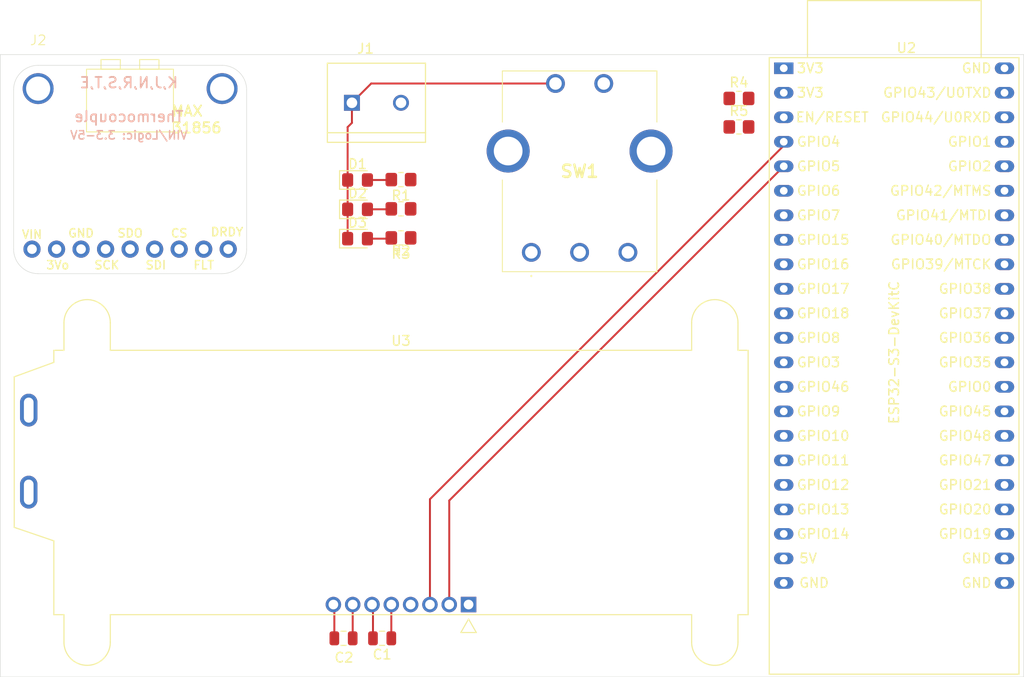
<source format=kicad_pcb>
(kicad_pcb (version 20241229) (generator "pcbnew") (generator_version "9.0")
  (layers (0 "F.Cu" signal) (2 "B.Cu" signal) (13 "F.Paste" user) (15 "B.Paste" user) (5 "F.SilkS" user "F.Silkscreen") (7 "B.SilkS" user "B.Silkscreen") (1 "F.Mask" user) (3 "B.Mask" user) (25 "Edge.Cuts" user))
  (net 0 "")
  (net 1 "GND")
  (net 2 "+3.3V")
  (net 3 "+5V")
  (net 4 "SSR_PWM")
  (net 5 "/SCK")
  (net 6 "/DRDY")
  (net 7 "/~{CS}")
  (net 8 "/~{FAULT}")
  (net 9 "/SDO")
  (net 10 "/SDI")
  (net 11 "/VIN_1")
  (net 12 "Net-(U2-GPIO46)")
  (net 13 "Net-(U2-GPIO47)")
  (net 14 "Net-(U2-GPIO48)")
  (net 40 "Net-(D3-A)")
  (net 41 "Net-(D2-A)")
  (net 42 "Net-(D1-A)")
  (net 47 "Net-(U3-VOUT)")
  (net 48 "Net-(U3-C1+)")
  (net 49 "Net-(U3-C1-)")
  (net 50 "/SCL")
  (net 51 "/SDA")
  (net 52 "/DISPLAY_~{RST}")
  (net 53 "/ENC_B")
  (net 54 "/ENC_A")
  (net 55 "/ENC_SW")
  (footprint "Diode_SMD:D_0805_2012Metric_Pad1.15x1.40mm_HandSolder" (layer "F.Cu") (at 121 74.54)
    (property "Reference" "D2" (at 0 -1.65 0) (layer "F.SilkS"))
    (property "Value" "LED")
    (fp_line (start -1.86 -0.96) (end -1.86 0.96) (stroke (width 0.12)) (layer "F.SilkS"))
    (fp_line (start -1.86 0.96) (end 1 0.96) (stroke (width 0.12)) (layer "F.SilkS"))
    (fp_line (start 1 -0.96) (end -1.86 -0.96) (stroke (width 0.12)) (layer "F.SilkS"))
    (pad "1" smd roundrect (at -1.025 0) (size 1.15 1.4) (layers "F.Cu" "F.Mask" "F.Paste") (roundrect_rratio 0.217391) (net 1 "GND"))
    (pad "2" smd roundrect (at 1.025 0) (size 1.15 1.4) (layers "F.Cu" "F.Mask" "F.Paste") (roundrect_rratio 0.217391) (net 41 "Net-(D2-A)"))
  )
  (footprint "phoenix_footprints:TE_282837-2" (layer "F.Cu") (at 122.96 63.5)
    (property "Reference" "J1" (at -1.127255 -5.614945 0) (layer "F.SilkS") (effects (font (size 1.002039 1.002039))))
    (property "Value" "Screw_Terminal_01x02")
    (fp_line (start -5.08 -4.1) (end 5.08 -4.1) (stroke (width 0.127)) (layer "F.SilkS"))
    (fp_line (start -5.08 3.1) (end -5.08 -4.1) (stroke (width 0.127)) (layer "F.SilkS"))
    (fp_line (start -5.08 3.1) (end 5.08 3.1) (stroke (width 0.127)) (layer "F.SilkS"))
    (fp_line (start -5.08 4.1) (end -5.08 3.1) (stroke (width 0.127)) (layer "F.SilkS"))
    (fp_line (start 5.08 -4.1) (end 5.08 3.1) (stroke (width 0.127)) (layer "F.SilkS"))
    (fp_line (start 5.08 3.1) (end 5.08 4.1) (stroke (width 0.127)) (layer "F.SilkS"))
    (fp_line (start 5.08 4.1) (end -5.08 4.1) (stroke (width 0.127)) (layer "F.SilkS"))
    (pad "1" thru_hole rect (at -2.54 0) (size 1.65 1.65) (drill 1.1) (layers "*.Cu" "*.Mask") (net 1 "GND"))
    (pad "2" thru_hole circle (at 2.54 0) (size 1.65 1.65) (drill 1.1) (layers "*.Cu" "*.Mask") (net 4 "SSR_PWM"))
  )
  (footprint "Capacitor_SMD:C_0805_2012Metric" (layer "F.Cu") (at 123.55 119 180)
    (property "Reference" "C1" (at 0 -1.68 0) (layer "F.SilkS"))
    (property "Value" "1uF")
    (fp_line (start -0.261252 0.735) (end 0.261252 0.735) (stroke (width 0.12)) (layer "F.SilkS"))
    (fp_line (start -0.261252 -0.735) (end 0.261252 -0.735) (stroke (width 0.12)) (layer "F.SilkS"))
    (pad "1" smd roundrect (at -0.95 0 180) (size 1 1.45) (layers "F.Cu" "F.Mask" "F.Paste") (net 3 "+5V"))
    (pad "2" smd roundrect (at 0.95 0 180) (size 1 1.45) (layers "F.Cu" "F.Mask" "F.Paste") (net 47 "Net-(U3-VOUT)"))
  )
  (footprint "Resistor_SMD:R_0805_2012Metric_Pad1.20x1.40mm_HandSolder" (layer "F.Cu") (at 125.5 74.49 180)
    (property "Reference" "R2" (at 0 -4.33 0) (layer "F.SilkS"))
    (property "Value" "220")
    (fp_line (start -0.227064 0.735) (end 0.227064 0.735) (stroke (width 0.12)) (layer "F.SilkS"))
    (fp_line (start -0.227064 -0.735) (end 0.227064 -0.735) (stroke (width 0.12)) (layer "F.SilkS"))
    (pad "1" smd roundrect (at -1 0 180) (size 1.2 1.4) (layers "F.Cu" "F.Mask" "F.Paste") (roundrect_rratio 0.208333) (net 13 "Net-(U2-GPIO47)"))
    (pad "2" smd roundrect (at 1 0 180) (size 1.2 1.4) (layers "F.Cu" "F.Mask" "F.Paste") (roundrect_rratio 0.208333) (net 41 "Net-(D2-A)"))
  )
  (footprint "Capacitor_SMD:C_0805_2012Metric" (layer "F.Cu") (at 119.55 119 180)
    (property "Reference" "C2" (at -0.05 -2 0) (layer "F.SilkS"))
    (property "Value" "1uF")
    (fp_line (start -0.261252 0.735) (end 0.261252 0.735) (stroke (width 0.12)) (layer "F.SilkS"))
    (fp_line (start -0.261252 -0.735) (end 0.261252 -0.735) (stroke (width 0.12)) (layer "F.SilkS"))
    (pad "1" smd roundrect (at -0.95 0 180) (size 1 1.45) (layers "F.Cu" "F.Mask" "F.Paste") (net 48 "Net-(U3-C1+)"))
    (pad "2" smd roundrect (at 0.95 0 180) (size 1 1.45) (layers "F.Cu" "F.Mask" "F.Paste") (net 49 "Net-(U3-C1-)"))
  )
  (footprint "Resistor_SMD:R_0805_2012Metric_Pad1.20x1.40mm_HandSolder" (layer "F.Cu") (at 125.5 77.5 180)
    (property "Reference" "R3" (at 0 -1.65 0) (layer "F.SilkS"))
    (property "Value" "220")
    (fp_line (start -0.227064 0.735) (end 0.227064 0.735) (stroke (width 0.12)) (layer "F.SilkS"))
    (fp_line (start -0.227064 -0.735) (end 0.227064 -0.735) (stroke (width 0.12)) (layer "F.SilkS"))
    (pad "1" smd roundrect (at -1 0 180) (size 1.2 1.4) (layers "F.Cu" "F.Mask" "F.Paste") (roundrect_rratio 0.208333) (net 14 "Net-(U2-GPIO48)"))
    (pad "2" smd roundrect (at 1 0 180) (size 1.2 1.4) (layers "F.Cu" "F.Mask" "F.Paste") (roundrect_rratio 0.208333) (net 40 "Net-(D3-A)"))
  )
  (footprint "!footprints:PEC164120FS0012" (layer "F.Cu") (at 139 79)
    (property "Reference" "SW1" (at 5 -8.4 0) (layer "F.SilkS") (effects (font (size 1.27 1.27) (thickness 0.254))))
    (property "Value" "RotaryEncoder_Switch" (hide yes))
    (fp_line (start -3 -18.8) (end -3 -13.5) (stroke (width 0.1)) (layer "F.SilkS"))
    (fp_line (start -3 -7.5) (end -3 2) (stroke (width 0.1)) (layer "F.SilkS"))
    (fp_line (start -3 2) (end 13 2) (stroke (width 0.1)) (layer "F.SilkS"))
    (fp_line (start 0 2.4) (end 0 2.4) (stroke (width 0.1)) (layer "F.SilkS"))
    (fp_line (start 0 2.5) (end 0 2.5) (stroke (width 0.1)) (layer "F.SilkS"))
    (fp_line (start 13 -18.8) (end -3 -18.8) (stroke (width 0.1)) (layer "F.SilkS"))
    (fp_line (start 13 -13.5) (end 13 -18.8) (stroke (width 0.1)) (layer "F.SilkS"))
    (fp_line (start 13 2) (end 13 -7.5) (stroke (width 0.1)) (layer "F.SilkS"))
    (fp_arc (start 0 2.4) (mid 0.05 2.45) (end 0 2.5) (stroke (width 0.1)) (layer "F.SilkS"))
    (fp_arc (start 0 2.5) (mid -0.05 2.45) (end 0 2.4) (stroke (width 0.1)) (layer "F.SilkS"))
    (pad "A" thru_hole circle (at 0 0) (size 1.95 1.95) (drill 1.3) (layers "*.Cu" "*.Mask") (net 54 "/ENC_A"))
    (pad "B" thru_hole circle (at 5 0) (size 1.95 1.95) (drill 1.3) (layers "*.Cu" "*.Mask") (net 53 "/ENC_B"))
    (pad "C" thru_hole circle (at 10 0) (size 1.95 1.95) (drill 1.3) (layers "*.Cu" "*.Mask") (net 1 "GND"))
    (pad "MH1" thru_hole circle (at -2.4 -10.5) (size 4.46 4.46) (drill 2.9732) (layers "*.Cu" "*.Mask"))
    (pad "MH2" thru_hole circle (at 12.4 -10.5) (size 4.46 4.46) (drill 2.9732) (layers "*.Cu" "*.Mask"))
    (pad "S1" thru_hole circle (at 2.5 -17.5) (size 1.95 1.95) (drill 1.3) (layers "*.Cu" "*.Mask") (net 1 "GND"))
    (pad "S2" thru_hole circle (at 7.5 -17.5) (size 1.95 1.95) (drill 1.3) (layers "*.Cu" "*.Mask") (net 55 "/ENC_SW"))
  )
  (footprint "Diode_SMD:D_0805_2012Metric_Pad1.15x1.40mm_HandSolder" (layer "F.Cu") (at 121 77.58)
    (property "Reference" "D3" (at 0 -1.65 0) (layer "F.SilkS"))
    (property "Value" "LED")
    (fp_line (start -1.86 -0.96) (end -1.86 0.96) (stroke (width 0.12)) (layer "F.SilkS"))
    (fp_line (start -1.86 0.96) (end 1 0.96) (stroke (width 0.12)) (layer "F.SilkS"))
    (fp_line (start 1 -0.96) (end -1.86 -0.96) (stroke (width 0.12)) (layer "F.SilkS"))
    (pad "1" smd roundrect (at -1.025 0) (size 1.15 1.4) (layers "F.Cu" "F.Mask" "F.Paste") (roundrect_rratio 0.217391) (net 1 "GND"))
    (pad "2" smd roundrect (at 1.025 0) (size 1.15 1.4) (layers "F.Cu" "F.Mask" "F.Paste") (roundrect_rratio 0.217391) (net 40 "Net-(D3-A)"))
  )
  (footprint "Resistor_SMD:R_0805_2012Metric_Pad1.20x1.40mm_HandSolder" (layer "F.Cu") (at 160.5 66)
    (property "Reference" "R5" (at 0 -1.65 0) (layer "F.SilkS"))
    (property "Value" "4.7k")
    (fp_line (start -0.227064 -0.735) (end 0.227064 -0.735) (stroke (width 0.12)) (layer "F.SilkS"))
    (fp_line (start -0.227064 0.735) (end 0.227064 0.735) (stroke (width 0.12)) (layer "F.SilkS"))
    (pad "1" smd roundrect (at -1 0) (size 1.2 1.4) (layers "F.Cu" "F.Mask" "F.Paste") (roundrect_rratio 0.208333) (net 2 "+3.3V"))
    (pad "2" smd roundrect (at 1 0) (size 1.2 1.4) (layers "F.Cu" "F.Mask" "F.Paste") (roundrect_rratio 0.208333) (net 51 "/SDA"))
  )
  (footprint "Resistor_SMD:R_0805_2012Metric_Pad1.20x1.40mm_HandSolder" (layer "F.Cu") (at 160.5 63.05)
    (property "Reference" "R4" (at 0 -1.65 0) (layer "F.SilkS"))
    (property "Value" "4.7k")
    (fp_line (start -0.227064 -0.735) (end 0.227064 -0.735) (stroke (width 0.12)) (layer "F.SilkS"))
    (fp_line (start -0.227064 0.735) (end 0.227064 0.735) (stroke (width 0.12)) (layer "F.SilkS"))
    (pad "1" smd roundrect (at -1 0) (size 1.2 1.4) (layers "F.Cu" "F.Mask" "F.Paste") (roundrect_rratio 0.208333) (net 2 "+3.3V"))
    (pad "2" smd roundrect (at 1 0) (size 1.2 1.4) (layers "F.Cu" "F.Mask" "F.Paste") (roundrect_rratio 0.208333) (net 50 "/SCL"))
  )
  (footprint "Diode_SMD:D_0805_2012Metric_Pad1.15x1.40mm_HandSolder" (layer "F.Cu") (at 121 71.5)
    (property "Reference" "D1" (at 0 -1.65 0) (layer "F.SilkS"))
    (property "Value" "LED")
    (fp_line (start -1.86 -0.96) (end -1.86 0.96) (stroke (width 0.12)) (layer "F.SilkS"))
    (fp_line (start -1.86 0.96) (end 1 0.96) (stroke (width 0.12)) (layer "F.SilkS"))
    (fp_line (start 1 -0.96) (end -1.86 -0.96) (stroke (width 0.12)) (layer "F.SilkS"))
    (pad "1" smd roundrect (at -1.025 0) (size 1.15 1.4) (layers "F.Cu" "F.Mask" "F.Paste") (roundrect_rratio 0.217391) (net 1 "GND"))
    (pad "2" smd roundrect (at 1.025 0) (size 1.15 1.4) (layers "F.Cu" "F.Mask" "F.Paste") (roundrect_rratio 0.217391) (net 42 "Net-(D1-A)"))
  )
  (footprint "Display:NHD-C0220BiZ" (layer "F.Cu") (at 125.5 99.6)
    (property "Reference" "U3" (at 0 -11.43 0) (layer "F.SilkS"))
    (property "Value" "NHD-C0220BIZ")
    (fp_line (start -40.05 -7.7) (end -40.05 7.9) (stroke (width 0.12)) (layer "F.SilkS"))
    (fp_line (start -40.05 7.9) (end -35.95 9.3) (stroke (width 0.12)) (layer "F.SilkS"))
    (fp_line (start -35.95 -10.45) (end -35.95 -9.2) (stroke (width 0.12)) (layer "F.SilkS"))
    (fp_line (start -35.95 -9.2) (end -40.05 -7.7) (stroke (width 0.12)) (layer "F.SilkS"))
    (fp_line (start -35.95 9.3) (end -35.95 16.95) (stroke (width 0.12)) (layer "F.SilkS"))
    (fp_line (start -35.95 16.95) (end -34.9 16.95) (stroke (width 0.12)) (layer "F.SilkS"))
    (fp_line (start -34.9 -13.3) (end -34.9 -10.45) (stroke (width 0.12)) (layer "F.SilkS"))
    (fp_line (start -34.9 -10.45) (end -35.95 -10.45) (stroke (width 0.12)) (layer "F.SilkS"))
    (fp_line (start -34.9 16.95) (end -34.9 19.8) (stroke (width 0.12)) (layer "F.SilkS"))
    (fp_line (start -30.1 -10.45) (end -30.1 -13.3) (stroke (width 0.12)) (layer "F.SilkS"))
    (fp_line (start -30.1 16.95) (end 30.1 16.95) (stroke (width 0.12)) (layer "F.SilkS"))
    (fp_line (start -30.1 19.8) (end -30.1 16.95) (stroke (width 0.12)) (layer "F.SilkS"))
    (fp_line (start 6.2 18.8) (end 7 17.4) (stroke (width 0.12)) (layer "F.SilkS"))
    (fp_line (start 6.2 18.8) (end 7.8 18.8) (stroke (width 0.12)) (layer "F.SilkS"))
    (fp_line (start 7 17.4) (end 7.8 18.8) (stroke (width 0.12)) (layer "F.SilkS"))
    (fp_line (start 30.1 -13.3) (end 30.1 -10.45) (stroke (width 0.12)) (layer "F.SilkS"))
    (fp_line (start 30.1 -10.45) (end -30.1 -10.45) (stroke (width 0.12)) (layer "F.SilkS"))
    (fp_line (start 30.1 16.95) (end 30.1 19.8) (stroke (width 0.12)) (layer "F.SilkS"))
    (fp_line (start 34.9 -10.45) (end 34.9 -13.3) (stroke (width 0.12)) (layer "F.SilkS"))
    (fp_line (start 34.9 16.95) (end 35.95 16.95) (stroke (width 0.12)) (layer "F.SilkS"))
    (fp_line (start 34.9 19.8) (end 34.9 16.95) (stroke (width 0.12)) (layer "F.SilkS"))
    (fp_line (start 35.95 -10.45) (end 34.9 -10.45) (stroke (width 0.12)) (layer "F.SilkS"))
    (fp_line (start 35.95 16.95) (end 35.95 -10.45) (stroke (width 0.12)) (layer "F.SilkS"))
    (fp_arc (start -34.9 -13.3) (mid -32.5 -15.7) (end -30.1 -13.3) (stroke (width 0.12)) (layer "F.SilkS"))
    (fp_arc (start -30.1 19.8) (mid -32.5 22.2) (end -34.9 19.8) (stroke (width 0.12)) (layer "F.SilkS"))
    (fp_arc (start 30.1 -13.3) (mid 32.5 -15.7) (end 34.9 -13.3) (stroke (width 0.12)) (layer "F.SilkS"))
    (fp_arc (start 34.9 19.8) (mid 32.5 22.2) (end 30.1 19.8) (stroke (width 0.12)) (layer "F.SilkS"))
    (pad "" np_thru_hole circle (at -32.5 -13.3) (size 2.5 2.5) (drill 2.5) (layers "*.Cu" "*.Mask"))
    (pad "" np_thru_hole circle (at -32.5 19.8) (size 2.5 2.5) (drill 2.5) (layers "*.Cu" "*.Mask"))
    (pad "" np_thru_hole circle (at 32.5 -13.3) (size 2.5 2.5) (drill 2.5) (layers "*.Cu" "*.Mask"))
    (pad "" np_thru_hole circle (at 32.5 19.8) (size 2.5 2.5) (drill 2.5) (layers "*.Cu" "*.Mask"))
    (pad "1" thru_hole rect (at 7 15.9) (size 1.6 1.6) (drill 1) (layers "*.Cu" "*.Mask") (net 52 "/DISPLAY_~{RST}"))
    (pad "2" thru_hole circle (at 5 15.9) (size 1.6 1.6) (drill 1) (layers "*.Cu" "*.Mask") (net 50 "/SCL"))
    (pad "3" thru_hole circle (at 3 15.9) (size 1.6 1.6) (drill 1) (layers "*.Cu" "*.Mask") (net 51 "/SDA"))
    (pad "4" thru_hole circle (at 1 15.9) (size 1.6 1.6) (drill 1) (layers "*.Cu" "*.Mask") (net 1 "GND"))
    (pad "5" thru_hole circle (at -1 15.9) (size 1.6 1.6) (drill 1) (layers "*.Cu" "*.Mask") (net 3 "+5V"))
    (pad "6" thru_hole circle (at -3 15.9) (size 1.6 1.6) (drill 1) (layers "*.Cu" "*.Mask") (net 47 "Net-(U3-VOUT)"))
    (pad "7" thru_hole circle (at -5 15.9) (size 1.6 1.6) (drill 1) (layers "*.Cu" "*.Mask") (net 48 "Net-(U3-C1+)"))
    (pad "8" thru_hole circle (at -7 15.9) (size 1.6 1.6) (drill 1) (layers "*.Cu" "*.Mask") (net 49 "Net-(U3-C1-)"))
    (pad "9" thru_hole oval (at -38.55 4.25) (size 1.8 3.4) (drill oval 1 2.6) (layers "*.Cu" "*.Mask"))
    (pad "10" thru_hole oval (at -38.55 -4.25) (size 1.8 3.4) (drill oval 1 2.6) (layers "*.Cu" "*.Mask"))
  )
  (footprint "PCM_Espressif:ESP32-S3-DevKitC" (layer "F.Cu") (at 165.14 59.92)
    (property "Reference" "U2" (at 12.7 -2.1 0) (layer "F.SilkS"))
    (property "Value" "ESP32-S3-DevKitC" (at 11.42632 29.46128 90) (layer "F.SilkS"))
    (fp_line (start -1.5 62.79728) (end 24.359999 62.79728) (stroke (width 0.12)) (layer "F.SilkS"))
    (fp_line (start -1.499999 -1.1) (end -1.5 62.79728) (stroke (width 0.12)) (layer "F.SilkS"))
    (fp_line (start 2.46012 -7.01312) (end 20.44332 -7.01312) (stroke (width 0.12)) (layer "F.SilkS"))
    (fp_line (start 2.46012 -1.12032) (end 2.46012 -7.01312) (stroke (width 0.12)) (layer "F.SilkS"))
    (fp_line (start 20.44332 -7.01312) (end 20.44332 -1.12032) (stroke (width 0.12)) (layer "F.SilkS"))
    (fp_line (start 24.359999 62.79728) (end 24.36 -1.1) (stroke (width 0.12)) (layer "F.SilkS"))
    (fp_line (start 24.36 -1.1) (end -1.499999 -1.1) (stroke (width 0.12)) (layer "F.SilkS"))
    (fp_text user "GPIO47" (at 21.59 40.64 0) (layer "F.SilkS") (effects (justify right)))
    (fp_text user "3V3" (at 1.27 0 0) (layer "F.SilkS") (effects (justify left)))
    (fp_text user "GPIO18" (at 1.27 25.4 0) (layer "F.SilkS") (effects (justify left)))
    (fp_text user "GND" (at 1.52032 53.33728 0) (layer "F.SilkS") (effects (justify left)))
    (fp_text user "GPIO12" (at 1.27 43.18 0) (layer "F.SilkS") (effects (justify left)))
    (fp_text user "GPIO11" (at 1.27 40.64 0) (layer "F.SilkS") (effects (justify left)))
    (fp_text user "GPIO48" (at 21.59 38.1 0) (layer "F.SilkS") (effects (justify right)))
    (fp_text user "GPIO2" (at 21.59 10.16 0) (layer "F.SilkS") (effects (justify right)))
    (fp_text user "GPIO36" (at 21.59 27.94 0) (layer "F.SilkS") (effects (justify right)))
    (fp_text user "3V3" (at 1.27 2.54 0) (layer "F.SilkS") (effects (justify left)))
    (fp_text user "GPIO40/MTDO" (at 21.59 17.78 0) (layer "F.SilkS") (effects (justify right)))
    (fp_text user "GPIO9" (at 1.27 35.56 0) (layer "F.SilkS") (effects (justify left)))
    (fp_text user "GND" (at 21.59 50.8 0) (layer "F.SilkS") (effects (justify right)))
    (fp_text user "GPIO17" (at 1.27 22.86 0) (layer "F.SilkS") (effects (justify left)))
    (fp_text user "GPIO21" (at 21.59 43.18 0) (layer "F.SilkS") (effects (justify right)))
    (fp_text user "GPIO6" (at 1.27 12.7 0) (layer "F.SilkS") (effects (justify left)))
    (fp_text user "GPIO5" (at 1.27 10.16 0) (layer "F.SilkS") (effects (justify left)))
    (fp_text user "GPIO19" (at 21.59 48.26 0) (layer "F.SilkS") (effects (justify right)))
    (fp_text user "GPIO37" (at 21.59 25.4 0) (layer "F.SilkS") (effects (justify right)))
    (fp_text user "GPIO20" (at 21.59 45.72 0) (layer "F.SilkS") (effects (justify right)))
    (fp_text user "GPIO38" (at 21.59 22.86 0) (layer "F.SilkS") (effects (justify right)))
    (fp_text user "GPIO7" (at 1.27 15.24 0) (layer "F.SilkS") (effects (justify left)))
    (fp_text user "GPIO39/MTCK" (at 21.59 20.32 0) (layer "F.SilkS") (effects (justify right)))
    (fp_text user "5V" (at 1.52032 50.79728 0) (layer "F.SilkS") (effects (justify left)))
    (fp_text user "GPIO44/U0RXD" (at 21.59 5.08 0) (layer "F.SilkS") (effects (justify right)))
    (fp_text user "GPIO0" (at 21.59 33.02 0) (layer "F.SilkS") (effects (justify right)))
    (fp_text user "GND" (at 21.59 0 0) (layer "F.SilkS") (effects (justify right)))
    (fp_text user "GPIO42/MTMS" (at 21.59 12.7 0) (layer "F.SilkS") (effects (justify right)))
    (fp_text user "GPIO4" (at 1.27 7.62 0) (layer "F.SilkS") (effects (justify left)))
    (fp_text user "GPIO10" (at 1.27 38.1 0) (layer "F.SilkS") (effects (justify left)))
    (fp_text user "GPIO13" (at 1.27 45.72 0) (layer "F.SilkS") (effects (justify left)))
    (fp_text user "GPIO46" (at 1.27 33.02 0) (layer "F.SilkS") (effects (justify left)))
    (fp_text user "GPIO8" (at 1.27 27.94 0) (layer "F.SilkS") (effects (justify left)))
    (fp_text user "GPIO41/MTDI" (at 21.59 15.24 0) (layer "F.SilkS") (effects (justify right)))
    (fp_text user "GPIO15" (at 1.27 17.78 0) (layer "F.SilkS") (effects (justify left)))
    (fp_text user "GPIO35" (at 21.59 30.48 0) (layer "F.SilkS") (effects (justify right)))
    (fp_text user "GND" (at 21.59 53.34 0) (layer "F.SilkS") (effects (justify right)))
    (fp_text user "GPIO14" (at 1.27 48.26 0) (layer "F.SilkS") (effects (justify left)))
    (fp_text user "GPIO1" (at 21.59 7.62 0) (layer "F.SilkS") (effects (justify right)))
    (fp_text user "GPIO43/U0TXD" (at 21.59 2.54 0) (layer "F.SilkS") (effects (justify right)))
    (fp_text user "GPIO45" (at 21.59 35.56 0) (layer "F.SilkS") (effects (justify right)))
    (fp_text user "GPIO16" (at 1.27 20.32 0) (layer "F.SilkS") (effects (justify left)))
    (fp_text user "GPIO3" (at 1.27 30.48 0) (layer "F.SilkS") (effects (justify left)))
    (fp_text user "EN/RESET" (at 8.88632 5.07728 0) (layer "F.SilkS") (effects (justify right)))
    (pad "1" thru_hole rect (at 0 0 270) (size 1.2 2) (drill 0.8) (layers "*.Cu" "*.Mask") (net 2 "+3.3V"))
    (pad "2" thru_hole oval (at 0 2.54 270) (size 1.2 2) (drill 0.8) (layers "*.Cu" "*.Mask") (net 2 "+3.3V"))
    (pad "3" thru_hole oval (at 0 5.08 270) (size 1.2 2) (drill 0.8) (layers "*.Cu" "*.Mask"))
    (pad "4" thru_hole oval (at 0 7.62 270) (size 1.2 2) (drill 0.8) (layers "*.Cu" "*.Mask") (net 51 "/SDA"))
    (pad "5" thru_hole oval (at 0 10.16 270) (size 1.2 2) (drill 0.8) (layers "*.Cu" "*.Mask") (net 50 "/SCL"))
    (pad "6" thru_hole oval (at 0 12.7 270) (size 1.2 2) (drill 0.8) (layers "*.Cu" "*.Mask"))
    (pad "7" thru_hole oval (at 0 15.24 270) (size 1.2 2) (drill 0.8) (layers "*.Cu" "*.Mask"))
    (pad "8" thru_hole oval (at 0 17.78 270) (size 1.2 2) (drill 0.8) (layers "*.Cu" "*.Mask"))
    (pad "9" thru_hole oval (at 0 20.32 270) (size 1.2 2) (drill 0.8) (layers "*.Cu" "*.Mask"))
    (pad "10" thru_hole oval (at 0 22.86 270) (size 1.2 2) (drill 0.8) (layers "*.Cu" "*.Mask"))
    (pad "11" thru_hole oval (at 0 25.4 270) (size 1.2 2) (drill 0.8) (layers "*.Cu" "*.Mask"))
    (pad "12" thru_hole oval (at 0 27.94 270) (size 1.2 2) (drill 0.8) (layers "*.Cu" "*.Mask"))
    (pad "13" thru_hole oval (at 0 30.48 270) (size 1.2 2) (drill 0.8) (layers "*.Cu" "*.Mask"))
    (pad "14" thru_hole oval (at 0 33.02 270) (size 1.2 2) (drill 0.8) (layers "*.Cu" "*.Mask") (net 12 "Net-(U2-GPIO46)"))
    (pad "15" thru_hole oval (at 0 35.56 270) (size 1.2 2) (drill 0.8) (layers "*.Cu" "*.Mask"))
    (pad "16" thru_hole oval (at 0 38.1 270) (size 1.2 2) (drill 0.8) (layers "*.Cu" "*.Mask"))
    (pad "17" thru_hole oval (at 0 40.64 270) (size 1.2 2) (drill 0.8) (layers "*.Cu" "*.Mask"))
    (pad "18" thru_hole oval (at 0 43.18 270) (size 1.2 2) (drill 0.8) (layers "*.Cu" "*.Mask"))
    (pad "19" thru_hole oval (at 0 45.72 270) (size 1.2 2) (drill 0.8) (layers "*.Cu" "*.Mask"))
    (pad "20" thru_hole oval (at -0.00368 48.25728 270) (size 1.2 2) (drill 0.8) (layers "*.Cu" "*.Mask"))
    (pad "21" thru_hole oval (at -0.00368 50.79728 270) (size 1.2 2) (drill 0.8) (layers "*.Cu" "*.Mask") (net 3 "+5V"))
    (pad "22" thru_hole oval (at -0.00368 53.33728 270) (size 1.2 2) (drill 0.8) (layers "*.Cu" "*.Mask") (net 1 "GND"))
    (pad "23" thru_hole oval (at 22.86 53.34 270) (size 1.2 2) (drill 0.8) (layers "*.Cu" "*.Mask") (net 1 "GND"))
    (pad "24" thru_hole oval (at 22.86 50.8 270) (size 1.2 2) (drill 0.8) (layers "*.Cu" "*.Mask") (net 1 "GND"))
    (pad "25" thru_hole oval (at 22.86 48.26 270) (size 1.2 2) (drill 0.8) (layers "*.Cu" "*.Mask"))
    (pad "26" thru_hole oval (at 22.86 45.72 270) (size 1.2 2) (drill 0.8) (layers "*.Cu" "*.Mask"))
    (pad "27" thru_hole oval (at 22.86 43.18 270) (size 1.2 2) (drill 0.8) (layers "*.Cu" "*.Mask") (net 4 "SSR_PWM"))
    (pad "28" thru_hole oval (at 22.86 40.64 270) (size 1.2 2) (drill 0.8) (layers "*.Cu" "*.Mask") (net 13 "Net-(U2-GPIO47)"))
    (pad "29" thru_hole oval (at 22.86 38.1 270) (size 1.2 2) (drill 0.8) (layers "*.Cu" "*.Mask") (net 14 "Net-(U2-GPIO48)"))
    (pad "30" thru_hole oval (at 22.86 35.56 270) (size 1.2 2) (drill 0.8) (layers "*.Cu" "*.Mask"))
    (pad "31" thru_hole oval (at 22.86 33.02 270) (size 1.2 2) (drill 0.8) (layers "*.Cu" "*.Mask"))
    (pad "32" thru_hole oval (at 22.86 30.48 270) (size 1.2 2) (drill 0.8) (layers "*.Cu" "*.Mask") (net 52 "/DISPLAY_~{RST}"))
    (pad "33" thru_hole oval (at 22.86 27.94 270) (size 1.2 2) (drill 0.8) (layers "*.Cu" "*.Mask") (net 54 "/ENC_A"))
    (pad "34" thru_hole oval (at 22.86 25.4 270) (size 1.2 2) (drill 0.8) (layers "*.Cu" "*.Mask") (net 53 "/ENC_B"))
    (pad "35" thru_hole oval (at 22.86 22.86 270) (size 1.2 2) (drill 0.8) (layers "*.Cu" "*.Mask") (net 55 "/ENC_SW"))
    (pad "36" thru_hole oval (at 22.86 20.32 270) (size 1.2 2) (drill 0.8) (layers "*.Cu" "*.Mask"))
    (pad "37" thru_hole oval (at 22.86 17.78 270) (size 1.2 2) (drill 0.8) (layers "*.Cu" "*.Mask"))
    (pad "38" thru_hole oval (at 22.86 15.24 270) (size 1.2 2) (drill 0.8) (layers "*.Cu" "*.Mask"))
    (pad "39" thru_hole oval (at 22.86 12.7 270) (size 1.2 2) (drill 0.8) (layers "*.Cu" "*.Mask"))
    (pad "40" thru_hole oval (at 22.86 10.16 270) (size 1.2 2) (drill 0.8) (layers "*.Cu" "*.Mask"))
    (pad "41" thru_hole oval (at 22.86 7.62 270) (size 1.2 2) (drill 0.8) (layers "*.Cu" "*.Mask"))
    (pad "42" thru_hole oval (at 22.86 5.08 270) (size 1.2 2) (drill 0.8) (layers "*.Cu" "*.Mask"))
    (pad "43" thru_hole oval (at 22.86 2.54 270) (size 1.2 2) (drill 0.8) (layers "*.Cu" "*.Mask"))
    (pad "44" thru_hole oval (at 22.86 0 270) (size 1.2 2) (drill 0.8) (layers "*.Cu" "*.Mask") (net 1 "GND"))
  )
  (footprint "!footprints:MAX31856_HEADER" (layer "F.Cu") (at 87.936314 62.019686)
    (property "Reference" "J2" (at 0 -5 0) (layer "F.SilkS") (effects (font (thickness 0.1))))
    (property "Value" "Conn_01x09_Socket")
    (fp_rect (start 5 -2) (end 14 4.5) (stroke (width 0.1)) (fill no) (layer "F.SilkS"))
    (fp_rect (start 6.5 -3) (end 8.5 -2) (stroke (width 0.1)) (fill no) (layer "F.SilkS"))
    (fp_rect (start 10.5 -3) (end 12.5 -2) (stroke (width 0.1)) (fill no) (layer "F.SilkS"))
    (fp_line (start -2.551314 16.648314) (end -2.551314 0.138314) (stroke (width 0.05)) (layer "Edge.Cuts"))
    (fp_line (start -0.011314 -2.401686) (end 19.038686 -2.401686) (stroke (width 0.05)) (layer "Edge.Cuts"))
    (fp_line (start 19.012586 19.191516) (end -0.037414 19.191516) (stroke (width 0.05)) (layer "Edge.Cuts"))
    (fp_line (start 21.578686 0.138314) (end 21.578686 16.648314) (stroke (width 0.05)) (layer "Edge.Cuts"))
    (fp_arc (start -2.551314 0.138314) (mid -1.807365 -1.657737) (end -0.011314 -2.401686) (stroke (width 0.05)) (layer "Edge.Cuts"))
    (fp_arc (start -0.011314 19.188314) (mid -1.807365 18.444365) (end -2.551314 16.648314) (stroke (width 0.05)) (layer "Edge.Cuts"))
    (fp_arc (start 19.038686 -2.401686) (mid 20.834737 -1.657737) (end 21.578686 0.138314) (stroke (width 0.05)) (layer "Edge.Cuts"))
    (fp_arc (start 21.578686 16.648314) (mid 20.834737 18.444365) (end 19.038686 19.188314) (stroke (width 0.05)) (layer "Edge.Cuts"))
    (fp_text user "SCK" (at 7.100686 18.299314 0) (layer "F.SilkS") (effects (font (size 0.8636 0.8636) (thickness 0.1524))))
    (fp_text user "SDI" (at 12.180686 18.299314 0) (layer "F.SilkS") (effects (font (size 0.8636 0.8636) (thickness 0.1524))))
    (fp_text user "GND" (at 4.433686 14.997314 0) (layer "F.SilkS") (effects (font (size 0.8636 0.8636) (thickness 0.1524))))
    (fp_text user "FLT" (at 17.133686 18.299314 0) (layer "F.SilkS") (effects (font (size 0.8636 0.8636) (thickness 0.1524))))
    (fp_text user "3Vo" (at 2.020686 18.299314 0) (layer "F.SilkS") (effects (font (size 0.8636 0.8636) (thickness 0.1524))))
    (fp_text user "CS" (at 14.593686 14.997314 0) (layer "F.SilkS") (effects (font (size 0.8636 0.8636) (thickness 0.1524))))
    (fp_text user "SDO" (at 9.513686 14.997314 0) (layer "F.SilkS") (effects (font (size 0.8636 0.8636) (thickness 0.1524))))
    (fp_text user "DRDY" (at 19.546686 14.870314 0) (layer "F.SilkS") (effects (font (size 0.8636 0.8636) (thickness 0.1524))))
    (fp_text user "VIN" (at -0.646314 15.124314 0) (layer "F.SilkS") (effects (font (size 0.8636 0.8636) (thickness 0.1524))))
    (fp_text user "MAX\n31856" (at 13.704686 4.710314 0) (layer "F.SilkS") (effects (font (size 1.0795 1.0795) (thickness 0.1905)) (justify left bottom)))
    (fp_text user "VIN/Logic: 3.3-5V" (at 9.386686 4.837314 0) (layer "B.SilkS") (effects (font (size 0.8636 0.8636) (thickness 0.1524)) (justify mirror)))
    (fp_text user "K,J,N,R,S,T,E\n\nThermocouple" (at 9.386686 1.154314 0) (layer "B.SilkS") (effects (font (size 1.0922 1.0922) (thickness 0.1778)) (justify mirror)))
    (pad "1" thru_hole circle (at 19.673686 16.648314 270) (size 1.778 1.778) (drill 1) (layers "*.Cu" "*.Mask") (net 6 "/DRDY"))
    (pad "2" thru_hole circle (at 17.133686 16.648314 270) (size 1.778 1.778) (drill 1) (layers "*.Cu" "*.Mask") (net 8 "/~{FAULT}"))
    (pad "3" thru_hole circle (at 14.593686 16.648314 270) (size 1.778 1.778) (drill 1) (layers "*.Cu" "*.Mask") (net 7 "/~{CS}"))
    (pad "4" thru_hole circle (at 12.053686 16.648314 270) (size 1.778 1.778) (drill 1) (layers "*.Cu" "*.Mask") (net 10 "/SDI"))
    (pad "5" thru_hole circle (at 9.513686 16.648314 270) (size 1.778 1.778) (drill 1) (layers "*.Cu" "*.Mask") (net 9 "/SDO"))
    (pad "6" thru_hole circle (at 6.973686 16.648314 270) (size 1.778 1.778) (drill 1) (layers "*.Cu" "*.Mask") (net 5 "/SCK"))
    (pad "7" thru_hole circle (at 4.433686 16.648314 270) (size 1.778 1.778) (drill 1) (layers "*.Cu" "*.Mask") (net 1 "GND"))
    (pad "8" thru_hole circle (at 1.893686 16.648314 270) (size 1.778 1.778) (drill 1) (layers "*.Cu" "*.Mask") (net 2 "+3.3V"))
    (pad "9" thru_hole circle (at -0.646314 16.648314 270) (size 1.778 1.778) (drill 1) (layers "*.Cu" "*.Mask") (net 11 "/VIN_1"))
    (pad "P$1" thru_hole circle (at -0.011314 0.011314) (size 3.2 3.2) (drill 2.5) (layers "*.Cu" "*.Mask"))
    (pad "P$1" thru_hole circle (at 19.038686 0.011314) (size 3.2 3.2) (drill 2.5) (layers "*.Cu" "*.Mask"))
  )
  (footprint "Resistor_SMD:R_0805_2012Metric_Pad1.20x1.40mm_HandSolder" (layer "F.Cu") (at 125.5 71.46 180)
    (property "Reference" "R1" (at 0 -1.65 0) (layer "F.SilkS"))
    (property "Value" "220")
    (fp_line (start -0.227064 0.735) (end 0.227064 0.735) (stroke (width 0.12)) (layer "F.SilkS"))
    (fp_line (start -0.227064 -0.735) (end 0.227064 -0.735) (stroke (width 0.12)) (layer "F.SilkS"))
    (pad "1" smd roundrect (at -1 0 180) (size 1.2 1.4) (layers "F.Cu" "F.Mask" "F.Paste") (roundrect_rratio 0.208333) (net 12 "Net-(U2-GPIO46)"))
    (pad "2" smd roundrect (at 1 0 180) (size 1.2 1.4) (layers "F.Cu" "F.Mask" "F.Paste") (roundrect_rratio 0.208333) (net 42 "Net-(D1-A)"))
  )
  (gr_rect (start 84 58.5) (end 190 123) (stroke (width 0.05)) (fill no) (layer "Edge.Cuts"))
  (segment (start 141.5 61.5) (end 122.42 61.5) (width 0.2) (layer "F.Cu") (net 1))
  (segment (start 120.42 65.58) (end 119.975 66.025) (width 0.2) (layer "F.Cu") (net 1))
  (segment (start 120.42 63.5) (end 120.42 65.58) (width 0.2) (layer "F.Cu") (net 1))
  (segment (start 122.42 61.5) (end 120.42 63.5) (width 0.2) (layer "F.Cu") (net 1))
  (segment (start 119.975 71.5) (end 119.975 77.58) (width 0.2) (layer "F.Cu") (net 1))
  (segment (start 119.975 66.025) (end 119.975 71.5) (width 0.2) (layer "F.Cu") (net 1))
  (segment (start 124.5 115.5) (end 124.5 119) (width 0.2) (layer "F.Cu") (net 3))
  (segment (start 122.025 77.58) (end 124.42 77.58) (width 0.2) (layer "F.Cu") (net 40))
  (segment (start 124.42 77.58) (end 124.5 77.5) (width 0.2) (layer "F.Cu") (net 40))
  (segment (start 124.45 74.54) (end 124.5 74.49) (width 0.2) (layer "F.Cu") (net 41))
  (segment (start 122.025 74.54) (end 124.45 74.54) (width 0.2) (layer "F.Cu") (net 41))
  (segment (start 122.025 71.5) (end 124.46 71.5) (width 0.2) (layer "F.Cu") (net 42))
  (segment (start 124.46 71.5) (end 124.5 71.46) (width 0.2) (layer "F.Cu") (net 42))
  (segment (start 122.6 119) (end 122.6 115.6) (width 0.2) (layer "F.Cu") (net 47))
  (segment (start 122.6 115.6) (end 122.5 115.5) (width 0.2) (layer "F.Cu") (net 47))
  (segment (start 120.5 119) (end 120.5 115.5) (width 0.2) (layer "F.Cu") (net 48))
  (segment (start 118.6 119) (end 118.6 115.6) (width 0.2) (layer "F.Cu") (net 49))
  (segment (start 118.6 115.6) (end 118.5 115.5) (width 0.2) (layer "F.Cu") (net 49))
  (segment (start 130.5 104.72) (end 130.5 115.5) (width 0.2) (layer "F.Cu") (net 50))
  (segment (start 165.14 70.08) (end 130.5 104.72) (width 0.2) (layer "F.Cu") (net 50))
  (segment (start 165.14 67.94) (end 128.5 104.58) (width 0.2) (layer "F.Cu") (net 51))
  (segment (start 165.14 67.54) (end 165.14 67.94) (width 0.2) (layer "F.Cu") (net 51))
  (segment (start 128.5 104.58) (end 128.5 115.5) (width 0.2) (layer "F.Cu") (net 51))
)
</source>
